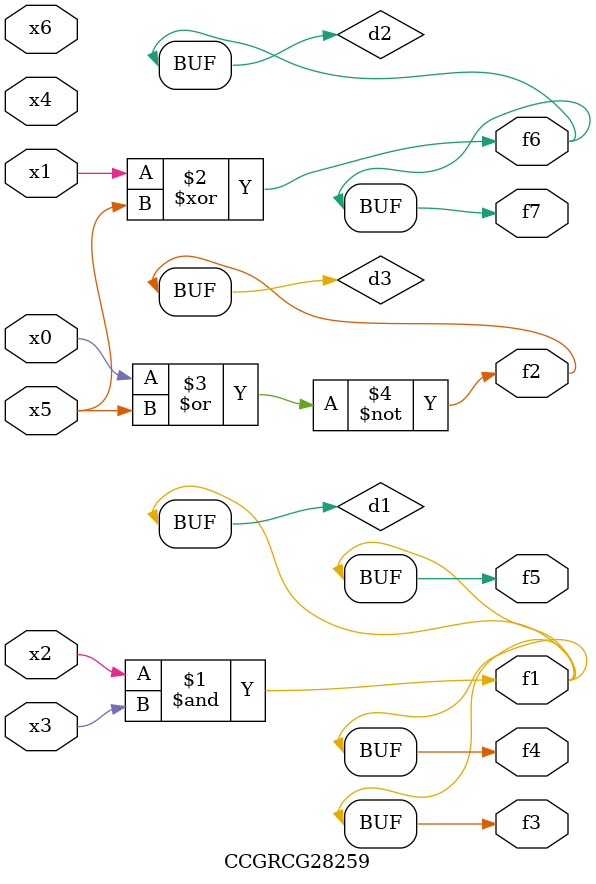
<source format=v>
module CCGRCG28259(
	input x0, x1, x2, x3, x4, x5, x6,
	output f1, f2, f3, f4, f5, f6, f7
);

	wire d1, d2, d3;

	and (d1, x2, x3);
	xor (d2, x1, x5);
	nor (d3, x0, x5);
	assign f1 = d1;
	assign f2 = d3;
	assign f3 = d1;
	assign f4 = d1;
	assign f5 = d1;
	assign f6 = d2;
	assign f7 = d2;
endmodule

</source>
